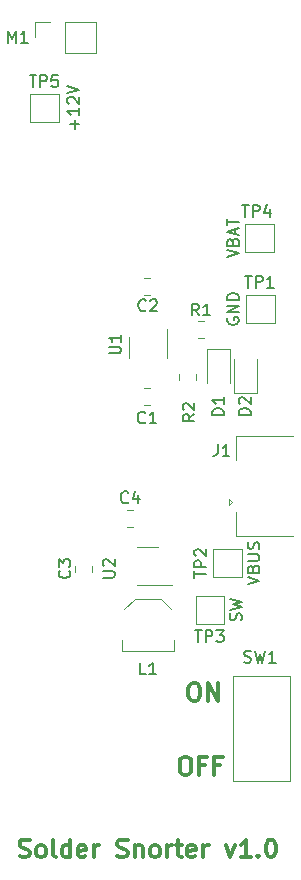
<source format=gbr>
%TF.GenerationSoftware,KiCad,Pcbnew,5.1.6*%
%TF.CreationDate,2020-05-18T18:09:20+02:00*%
%TF.ProjectId,solder-snorter,736f6c64-6572-42d7-936e-6f727465722e,rev?*%
%TF.SameCoordinates,Original*%
%TF.FileFunction,Legend,Top*%
%TF.FilePolarity,Positive*%
%FSLAX46Y46*%
G04 Gerber Fmt 4.6, Leading zero omitted, Abs format (unit mm)*
G04 Created by KiCad (PCBNEW 5.1.6) date 2020-05-18 18:09:20*
%MOMM*%
%LPD*%
G01*
G04 APERTURE LIST*
%ADD10C,0.300000*%
%ADD11C,0.150000*%
%ADD12C,0.120000*%
G04 APERTURE END LIST*
D10*
X143392857Y-146857142D02*
X143607142Y-146928571D01*
X143964285Y-146928571D01*
X144107142Y-146857142D01*
X144178571Y-146785714D01*
X144250000Y-146642857D01*
X144250000Y-146500000D01*
X144178571Y-146357142D01*
X144107142Y-146285714D01*
X143964285Y-146214285D01*
X143678571Y-146142857D01*
X143535714Y-146071428D01*
X143464285Y-146000000D01*
X143392857Y-145857142D01*
X143392857Y-145714285D01*
X143464285Y-145571428D01*
X143535714Y-145500000D01*
X143678571Y-145428571D01*
X144035714Y-145428571D01*
X144250000Y-145500000D01*
X145107142Y-146928571D02*
X144964285Y-146857142D01*
X144892857Y-146785714D01*
X144821428Y-146642857D01*
X144821428Y-146214285D01*
X144892857Y-146071428D01*
X144964285Y-146000000D01*
X145107142Y-145928571D01*
X145321428Y-145928571D01*
X145464285Y-146000000D01*
X145535714Y-146071428D01*
X145607142Y-146214285D01*
X145607142Y-146642857D01*
X145535714Y-146785714D01*
X145464285Y-146857142D01*
X145321428Y-146928571D01*
X145107142Y-146928571D01*
X146464285Y-146928571D02*
X146321428Y-146857142D01*
X146250000Y-146714285D01*
X146250000Y-145428571D01*
X147678571Y-146928571D02*
X147678571Y-145428571D01*
X147678571Y-146857142D02*
X147535714Y-146928571D01*
X147250000Y-146928571D01*
X147107142Y-146857142D01*
X147035714Y-146785714D01*
X146964285Y-146642857D01*
X146964285Y-146214285D01*
X147035714Y-146071428D01*
X147107142Y-146000000D01*
X147250000Y-145928571D01*
X147535714Y-145928571D01*
X147678571Y-146000000D01*
X148964285Y-146857142D02*
X148821428Y-146928571D01*
X148535714Y-146928571D01*
X148392857Y-146857142D01*
X148321428Y-146714285D01*
X148321428Y-146142857D01*
X148392857Y-146000000D01*
X148535714Y-145928571D01*
X148821428Y-145928571D01*
X148964285Y-146000000D01*
X149035714Y-146142857D01*
X149035714Y-146285714D01*
X148321428Y-146428571D01*
X149678571Y-146928571D02*
X149678571Y-145928571D01*
X149678571Y-146214285D02*
X149750000Y-146071428D01*
X149821428Y-146000000D01*
X149964285Y-145928571D01*
X150107142Y-145928571D01*
X151678571Y-146857142D02*
X151892857Y-146928571D01*
X152250000Y-146928571D01*
X152392857Y-146857142D01*
X152464285Y-146785714D01*
X152535714Y-146642857D01*
X152535714Y-146500000D01*
X152464285Y-146357142D01*
X152392857Y-146285714D01*
X152250000Y-146214285D01*
X151964285Y-146142857D01*
X151821428Y-146071428D01*
X151750000Y-146000000D01*
X151678571Y-145857142D01*
X151678571Y-145714285D01*
X151750000Y-145571428D01*
X151821428Y-145500000D01*
X151964285Y-145428571D01*
X152321428Y-145428571D01*
X152535714Y-145500000D01*
X153178571Y-145928571D02*
X153178571Y-146928571D01*
X153178571Y-146071428D02*
X153250000Y-146000000D01*
X153392857Y-145928571D01*
X153607142Y-145928571D01*
X153750000Y-146000000D01*
X153821428Y-146142857D01*
X153821428Y-146928571D01*
X154750000Y-146928571D02*
X154607142Y-146857142D01*
X154535714Y-146785714D01*
X154464285Y-146642857D01*
X154464285Y-146214285D01*
X154535714Y-146071428D01*
X154607142Y-146000000D01*
X154750000Y-145928571D01*
X154964285Y-145928571D01*
X155107142Y-146000000D01*
X155178571Y-146071428D01*
X155250000Y-146214285D01*
X155250000Y-146642857D01*
X155178571Y-146785714D01*
X155107142Y-146857142D01*
X154964285Y-146928571D01*
X154750000Y-146928571D01*
X155892857Y-146928571D02*
X155892857Y-145928571D01*
X155892857Y-146214285D02*
X155964285Y-146071428D01*
X156035714Y-146000000D01*
X156178571Y-145928571D01*
X156321428Y-145928571D01*
X156607142Y-145928571D02*
X157178571Y-145928571D01*
X156821428Y-145428571D02*
X156821428Y-146714285D01*
X156892857Y-146857142D01*
X157035714Y-146928571D01*
X157178571Y-146928571D01*
X158250000Y-146857142D02*
X158107142Y-146928571D01*
X157821428Y-146928571D01*
X157678571Y-146857142D01*
X157607142Y-146714285D01*
X157607142Y-146142857D01*
X157678571Y-146000000D01*
X157821428Y-145928571D01*
X158107142Y-145928571D01*
X158250000Y-146000000D01*
X158321428Y-146142857D01*
X158321428Y-146285714D01*
X157607142Y-146428571D01*
X158964285Y-146928571D02*
X158964285Y-145928571D01*
X158964285Y-146214285D02*
X159035714Y-146071428D01*
X159107142Y-146000000D01*
X159250000Y-145928571D01*
X159392857Y-145928571D01*
X160892857Y-145928571D02*
X161250000Y-146928571D01*
X161607142Y-145928571D01*
X162964285Y-146928571D02*
X162107142Y-146928571D01*
X162535714Y-146928571D02*
X162535714Y-145428571D01*
X162392857Y-145642857D01*
X162250000Y-145785714D01*
X162107142Y-145857142D01*
X163607142Y-146785714D02*
X163678571Y-146857142D01*
X163607142Y-146928571D01*
X163535714Y-146857142D01*
X163607142Y-146785714D01*
X163607142Y-146928571D01*
X164607142Y-145428571D02*
X164750000Y-145428571D01*
X164892857Y-145500000D01*
X164964285Y-145571428D01*
X165035714Y-145714285D01*
X165107142Y-146000000D01*
X165107142Y-146357142D01*
X165035714Y-146642857D01*
X164964285Y-146785714D01*
X164892857Y-146857142D01*
X164750000Y-146928571D01*
X164607142Y-146928571D01*
X164464285Y-146857142D01*
X164392857Y-146785714D01*
X164321428Y-146642857D01*
X164250000Y-146357142D01*
X164250000Y-146000000D01*
X164321428Y-145714285D01*
X164392857Y-145571428D01*
X164464285Y-145500000D01*
X164607142Y-145428571D01*
X157305000Y-138428571D02*
X157590714Y-138428571D01*
X157733571Y-138500000D01*
X157876428Y-138642857D01*
X157947857Y-138928571D01*
X157947857Y-139428571D01*
X157876428Y-139714285D01*
X157733571Y-139857142D01*
X157590714Y-139928571D01*
X157305000Y-139928571D01*
X157162142Y-139857142D01*
X157019285Y-139714285D01*
X156947857Y-139428571D01*
X156947857Y-138928571D01*
X157019285Y-138642857D01*
X157162142Y-138500000D01*
X157305000Y-138428571D01*
X159090714Y-139142857D02*
X158590714Y-139142857D01*
X158590714Y-139928571D02*
X158590714Y-138428571D01*
X159305000Y-138428571D01*
X160376428Y-139142857D02*
X159876428Y-139142857D01*
X159876428Y-139928571D02*
X159876428Y-138428571D01*
X160590714Y-138428571D01*
X158055000Y-132178571D02*
X158340714Y-132178571D01*
X158483571Y-132250000D01*
X158626428Y-132392857D01*
X158697857Y-132678571D01*
X158697857Y-133178571D01*
X158626428Y-133464285D01*
X158483571Y-133607142D01*
X158340714Y-133678571D01*
X158055000Y-133678571D01*
X157912142Y-133607142D01*
X157769285Y-133464285D01*
X157697857Y-133178571D01*
X157697857Y-132678571D01*
X157769285Y-132392857D01*
X157912142Y-132250000D01*
X158055000Y-132178571D01*
X159340714Y-133678571D02*
X159340714Y-132178571D01*
X160197857Y-133678571D01*
X160197857Y-132178571D01*
D11*
X162154761Y-126857142D02*
X162202380Y-126714285D01*
X162202380Y-126476190D01*
X162154761Y-126380952D01*
X162107142Y-126333333D01*
X162011904Y-126285714D01*
X161916666Y-126285714D01*
X161821428Y-126333333D01*
X161773809Y-126380952D01*
X161726190Y-126476190D01*
X161678571Y-126666666D01*
X161630952Y-126761904D01*
X161583333Y-126809523D01*
X161488095Y-126857142D01*
X161392857Y-126857142D01*
X161297619Y-126809523D01*
X161250000Y-126761904D01*
X161202380Y-126666666D01*
X161202380Y-126428571D01*
X161250000Y-126285714D01*
X161202380Y-125952380D02*
X162202380Y-125714285D01*
X161488095Y-125523809D01*
X162202380Y-125333333D01*
X161202380Y-125095238D01*
X162702380Y-123833333D02*
X163702380Y-123500000D01*
X162702380Y-123166666D01*
X163178571Y-122500000D02*
X163226190Y-122357142D01*
X163273809Y-122309523D01*
X163369047Y-122261904D01*
X163511904Y-122261904D01*
X163607142Y-122309523D01*
X163654761Y-122357142D01*
X163702380Y-122452380D01*
X163702380Y-122833333D01*
X162702380Y-122833333D01*
X162702380Y-122500000D01*
X162750000Y-122404761D01*
X162797619Y-122357142D01*
X162892857Y-122309523D01*
X162988095Y-122309523D01*
X163083333Y-122357142D01*
X163130952Y-122404761D01*
X163178571Y-122500000D01*
X163178571Y-122833333D01*
X162702380Y-121833333D02*
X163511904Y-121833333D01*
X163607142Y-121785714D01*
X163654761Y-121738095D01*
X163702380Y-121642857D01*
X163702380Y-121452380D01*
X163654761Y-121357142D01*
X163607142Y-121309523D01*
X163511904Y-121261904D01*
X162702380Y-121261904D01*
X163654761Y-120833333D02*
X163702380Y-120690476D01*
X163702380Y-120452380D01*
X163654761Y-120357142D01*
X163607142Y-120309523D01*
X163511904Y-120261904D01*
X163416666Y-120261904D01*
X163321428Y-120309523D01*
X163273809Y-120357142D01*
X163226190Y-120452380D01*
X163178571Y-120642857D01*
X163130952Y-120738095D01*
X163083333Y-120785714D01*
X162988095Y-120833333D01*
X162892857Y-120833333D01*
X162797619Y-120785714D01*
X162750000Y-120738095D01*
X162702380Y-120642857D01*
X162702380Y-120404761D01*
X162750000Y-120261904D01*
X161000000Y-101261904D02*
X160952380Y-101357142D01*
X160952380Y-101500000D01*
X161000000Y-101642857D01*
X161095238Y-101738095D01*
X161190476Y-101785714D01*
X161380952Y-101833333D01*
X161523809Y-101833333D01*
X161714285Y-101785714D01*
X161809523Y-101738095D01*
X161904761Y-101642857D01*
X161952380Y-101500000D01*
X161952380Y-101404761D01*
X161904761Y-101261904D01*
X161857142Y-101214285D01*
X161523809Y-101214285D01*
X161523809Y-101404761D01*
X161952380Y-100785714D02*
X160952380Y-100785714D01*
X161952380Y-100214285D01*
X160952380Y-100214285D01*
X161952380Y-99738095D02*
X160952380Y-99738095D01*
X160952380Y-99500000D01*
X161000000Y-99357142D01*
X161095238Y-99261904D01*
X161190476Y-99214285D01*
X161380952Y-99166666D01*
X161523809Y-99166666D01*
X161714285Y-99214285D01*
X161809523Y-99261904D01*
X161904761Y-99357142D01*
X161952380Y-99500000D01*
X161952380Y-99738095D01*
X160952380Y-96142857D02*
X161952380Y-95809523D01*
X160952380Y-95476190D01*
X161428571Y-94809523D02*
X161476190Y-94666666D01*
X161523809Y-94619047D01*
X161619047Y-94571428D01*
X161761904Y-94571428D01*
X161857142Y-94619047D01*
X161904761Y-94666666D01*
X161952380Y-94761904D01*
X161952380Y-95142857D01*
X160952380Y-95142857D01*
X160952380Y-94809523D01*
X161000000Y-94714285D01*
X161047619Y-94666666D01*
X161142857Y-94619047D01*
X161238095Y-94619047D01*
X161333333Y-94666666D01*
X161380952Y-94714285D01*
X161428571Y-94809523D01*
X161428571Y-95142857D01*
X161666666Y-94190476D02*
X161666666Y-93714285D01*
X161952380Y-94285714D02*
X160952380Y-93952380D01*
X161952380Y-93619047D01*
X160952380Y-93428571D02*
X160952380Y-92857142D01*
X161952380Y-93142857D02*
X160952380Y-93142857D01*
X148071428Y-85261904D02*
X148071428Y-84500000D01*
X148452380Y-84880952D02*
X147690476Y-84880952D01*
X148452380Y-83500000D02*
X148452380Y-84071428D01*
X148452380Y-83785714D02*
X147452380Y-83785714D01*
X147595238Y-83880952D01*
X147690476Y-83976190D01*
X147738095Y-84071428D01*
X147547619Y-83119047D02*
X147500000Y-83071428D01*
X147452380Y-82976190D01*
X147452380Y-82738095D01*
X147500000Y-82642857D01*
X147547619Y-82595238D01*
X147642857Y-82547619D01*
X147738095Y-82547619D01*
X147880952Y-82595238D01*
X148452380Y-83166666D01*
X148452380Y-82547619D01*
X147452380Y-82261904D02*
X148452380Y-81928571D01*
X147452380Y-81595238D01*
D12*
%TO.C,J1*%
X166550000Y-119700000D02*
X161700000Y-119700000D01*
X161700000Y-119700000D02*
X161700000Y-117700000D01*
X166550000Y-111300000D02*
X161700000Y-111300000D01*
X161700000Y-111300000D02*
X161700000Y-113300000D01*
X161404000Y-116830000D02*
X161150000Y-116576000D01*
X161150000Y-116576000D02*
X161150000Y-117084000D01*
X161150000Y-117084000D02*
X161404000Y-116830000D01*
%TO.C,C1*%
X153938748Y-108610000D02*
X154461252Y-108610000D01*
X153938748Y-107190000D02*
X154461252Y-107190000D01*
%TO.C,C2*%
X153938748Y-97890000D02*
X154461252Y-97890000D01*
X153938748Y-99310000D02*
X154461252Y-99310000D01*
%TO.C,C3*%
X149510000Y-122761252D02*
X149510000Y-122238748D01*
X148090000Y-122761252D02*
X148090000Y-122238748D01*
%TO.C,C4*%
X152488748Y-117540000D02*
X153011252Y-117540000D01*
X152488748Y-118960000D02*
X153011252Y-118960000D01*
%TO.C,D1*%
X159290000Y-103890000D02*
X159290000Y-106750000D01*
X161210000Y-103890000D02*
X159290000Y-103890000D01*
X161210000Y-106750000D02*
X161210000Y-103890000D01*
%TO.C,D2*%
X161540000Y-104750000D02*
X161540000Y-107610000D01*
X161540000Y-107610000D02*
X163460000Y-107610000D01*
X163460000Y-107610000D02*
X163460000Y-104750000D01*
%TO.C,L1*%
X153150000Y-125050000D02*
X152250000Y-125950000D01*
X155350000Y-125050000D02*
X153150000Y-125050000D01*
X156250000Y-125950000D02*
X155350000Y-125050000D01*
X156450000Y-129450000D02*
X156450000Y-128550000D01*
X152050000Y-129450000D02*
X156450000Y-129450000D01*
X152050000Y-128550000D02*
X152050000Y-129450000D01*
%TO.C,M1*%
X144670000Y-77500000D02*
X144670000Y-76170000D01*
X144670000Y-76170000D02*
X146000000Y-76170000D01*
X147270000Y-76170000D02*
X149870000Y-76170000D01*
X149870000Y-78830000D02*
X149870000Y-76170000D01*
X147270000Y-78830000D02*
X149870000Y-78830000D01*
X147270000Y-78830000D02*
X147270000Y-76170000D01*
%TO.C,R1*%
X158488748Y-101540000D02*
X159011252Y-101540000D01*
X158488748Y-102960000D02*
X159011252Y-102960000D01*
%TO.C,R2*%
X156890000Y-105988748D02*
X156890000Y-106511252D01*
X158310000Y-105988748D02*
X158310000Y-106511252D01*
%TO.C,SW1*%
X161500000Y-140445000D02*
X161500000Y-131555000D01*
X161500000Y-131555000D02*
X166300000Y-131555000D01*
X166300000Y-131555000D02*
X166300000Y-140445000D01*
X166300000Y-140445000D02*
X161500000Y-140445000D01*
%TO.C,U1*%
X155860000Y-104650000D02*
X155860000Y-102200000D01*
X152640000Y-102850000D02*
X152640000Y-104650000D01*
%TO.C,U2*%
X153350000Y-123860000D02*
X156300000Y-123860000D01*
X155150000Y-120640000D02*
X153350000Y-120640000D01*
%TO.C,TP1*%
X162600000Y-101700000D02*
X162600000Y-99300000D01*
X165000000Y-101700000D02*
X162600000Y-101700000D01*
X165000000Y-99300000D02*
X165000000Y-101700000D01*
X162600000Y-99300000D02*
X165000000Y-99300000D01*
%TO.C,TP2*%
X159800000Y-123200000D02*
X159800000Y-120800000D01*
X162200000Y-123200000D02*
X159800000Y-123200000D01*
X162200000Y-120800000D02*
X162200000Y-123200000D01*
X159800000Y-120800000D02*
X162200000Y-120800000D01*
%TO.C,TP3*%
X158300000Y-124800000D02*
X160700000Y-124800000D01*
X160700000Y-124800000D02*
X160700000Y-127200000D01*
X160700000Y-127200000D02*
X158300000Y-127200000D01*
X158300000Y-127200000D02*
X158300000Y-124800000D01*
%TO.C,TP4*%
X162500000Y-93300000D02*
X164900000Y-93300000D01*
X164900000Y-93300000D02*
X164900000Y-95700000D01*
X164900000Y-95700000D02*
X162500000Y-95700000D01*
X162500000Y-95700000D02*
X162500000Y-93300000D01*
%TO.C,TP5*%
X144300000Y-84700000D02*
X144300000Y-82300000D01*
X146700000Y-84700000D02*
X144300000Y-84700000D01*
X146700000Y-82300000D02*
X146700000Y-84700000D01*
X144300000Y-82300000D02*
X146700000Y-82300000D01*
%TO.C,J1*%
D11*
X160166666Y-111952380D02*
X160166666Y-112666666D01*
X160119047Y-112809523D01*
X160023809Y-112904761D01*
X159880952Y-112952380D01*
X159785714Y-112952380D01*
X161166666Y-112952380D02*
X160595238Y-112952380D01*
X160880952Y-112952380D02*
X160880952Y-111952380D01*
X160785714Y-112095238D01*
X160690476Y-112190476D01*
X160595238Y-112238095D01*
%TO.C,C1*%
X154033333Y-110107142D02*
X153985714Y-110154761D01*
X153842857Y-110202380D01*
X153747619Y-110202380D01*
X153604761Y-110154761D01*
X153509523Y-110059523D01*
X153461904Y-109964285D01*
X153414285Y-109773809D01*
X153414285Y-109630952D01*
X153461904Y-109440476D01*
X153509523Y-109345238D01*
X153604761Y-109250000D01*
X153747619Y-109202380D01*
X153842857Y-109202380D01*
X153985714Y-109250000D01*
X154033333Y-109297619D01*
X154985714Y-110202380D02*
X154414285Y-110202380D01*
X154700000Y-110202380D02*
X154700000Y-109202380D01*
X154604761Y-109345238D01*
X154509523Y-109440476D01*
X154414285Y-109488095D01*
%TO.C,C2*%
X154083333Y-100607142D02*
X154035714Y-100654761D01*
X153892857Y-100702380D01*
X153797619Y-100702380D01*
X153654761Y-100654761D01*
X153559523Y-100559523D01*
X153511904Y-100464285D01*
X153464285Y-100273809D01*
X153464285Y-100130952D01*
X153511904Y-99940476D01*
X153559523Y-99845238D01*
X153654761Y-99750000D01*
X153797619Y-99702380D01*
X153892857Y-99702380D01*
X154035714Y-99750000D01*
X154083333Y-99797619D01*
X154464285Y-99797619D02*
X154511904Y-99750000D01*
X154607142Y-99702380D01*
X154845238Y-99702380D01*
X154940476Y-99750000D01*
X154988095Y-99797619D01*
X155035714Y-99892857D01*
X155035714Y-99988095D01*
X154988095Y-100130952D01*
X154416666Y-100702380D01*
X155035714Y-100702380D01*
%TO.C,C3*%
X147607142Y-122666666D02*
X147654761Y-122714285D01*
X147702380Y-122857142D01*
X147702380Y-122952380D01*
X147654761Y-123095238D01*
X147559523Y-123190476D01*
X147464285Y-123238095D01*
X147273809Y-123285714D01*
X147130952Y-123285714D01*
X146940476Y-123238095D01*
X146845238Y-123190476D01*
X146750000Y-123095238D01*
X146702380Y-122952380D01*
X146702380Y-122857142D01*
X146750000Y-122714285D01*
X146797619Y-122666666D01*
X146702380Y-122333333D02*
X146702380Y-121714285D01*
X147083333Y-122047619D01*
X147083333Y-121904761D01*
X147130952Y-121809523D01*
X147178571Y-121761904D01*
X147273809Y-121714285D01*
X147511904Y-121714285D01*
X147607142Y-121761904D01*
X147654761Y-121809523D01*
X147702380Y-121904761D01*
X147702380Y-122190476D01*
X147654761Y-122285714D01*
X147607142Y-122333333D01*
%TO.C,C4*%
X152583333Y-116857142D02*
X152535714Y-116904761D01*
X152392857Y-116952380D01*
X152297619Y-116952380D01*
X152154761Y-116904761D01*
X152059523Y-116809523D01*
X152011904Y-116714285D01*
X151964285Y-116523809D01*
X151964285Y-116380952D01*
X152011904Y-116190476D01*
X152059523Y-116095238D01*
X152154761Y-116000000D01*
X152297619Y-115952380D01*
X152392857Y-115952380D01*
X152535714Y-116000000D01*
X152583333Y-116047619D01*
X153440476Y-116285714D02*
X153440476Y-116952380D01*
X153202380Y-115904761D02*
X152964285Y-116619047D01*
X153583333Y-116619047D01*
%TO.C,D1*%
X160702380Y-109488095D02*
X159702380Y-109488095D01*
X159702380Y-109250000D01*
X159750000Y-109107142D01*
X159845238Y-109011904D01*
X159940476Y-108964285D01*
X160130952Y-108916666D01*
X160273809Y-108916666D01*
X160464285Y-108964285D01*
X160559523Y-109011904D01*
X160654761Y-109107142D01*
X160702380Y-109250000D01*
X160702380Y-109488095D01*
X160702380Y-107964285D02*
X160702380Y-108535714D01*
X160702380Y-108250000D02*
X159702380Y-108250000D01*
X159845238Y-108345238D01*
X159940476Y-108440476D01*
X159988095Y-108535714D01*
%TO.C,D2*%
X162952380Y-109488095D02*
X161952380Y-109488095D01*
X161952380Y-109250000D01*
X162000000Y-109107142D01*
X162095238Y-109011904D01*
X162190476Y-108964285D01*
X162380952Y-108916666D01*
X162523809Y-108916666D01*
X162714285Y-108964285D01*
X162809523Y-109011904D01*
X162904761Y-109107142D01*
X162952380Y-109250000D01*
X162952380Y-109488095D01*
X162047619Y-108535714D02*
X162000000Y-108488095D01*
X161952380Y-108392857D01*
X161952380Y-108154761D01*
X162000000Y-108059523D01*
X162047619Y-108011904D01*
X162142857Y-107964285D01*
X162238095Y-107964285D01*
X162380952Y-108011904D01*
X162952380Y-108583333D01*
X162952380Y-107964285D01*
%TO.C,L1*%
X154083333Y-131452380D02*
X153607142Y-131452380D01*
X153607142Y-130452380D01*
X154940476Y-131452380D02*
X154369047Y-131452380D01*
X154654761Y-131452380D02*
X154654761Y-130452380D01*
X154559523Y-130595238D01*
X154464285Y-130690476D01*
X154369047Y-130738095D01*
%TO.C,M1*%
X142420476Y-77952380D02*
X142420476Y-76952380D01*
X142753809Y-77666666D01*
X143087142Y-76952380D01*
X143087142Y-77952380D01*
X144087142Y-77952380D02*
X143515714Y-77952380D01*
X143801428Y-77952380D02*
X143801428Y-76952380D01*
X143706190Y-77095238D01*
X143610952Y-77190476D01*
X143515714Y-77238095D01*
%TO.C,R1*%
X158583333Y-101052380D02*
X158250000Y-100576190D01*
X158011904Y-101052380D02*
X158011904Y-100052380D01*
X158392857Y-100052380D01*
X158488095Y-100100000D01*
X158535714Y-100147619D01*
X158583333Y-100242857D01*
X158583333Y-100385714D01*
X158535714Y-100480952D01*
X158488095Y-100528571D01*
X158392857Y-100576190D01*
X158011904Y-100576190D01*
X159535714Y-101052380D02*
X158964285Y-101052380D01*
X159250000Y-101052380D02*
X159250000Y-100052380D01*
X159154761Y-100195238D01*
X159059523Y-100290476D01*
X158964285Y-100338095D01*
%TO.C,R2*%
X158202380Y-109416666D02*
X157726190Y-109750000D01*
X158202380Y-109988095D02*
X157202380Y-109988095D01*
X157202380Y-109607142D01*
X157250000Y-109511904D01*
X157297619Y-109464285D01*
X157392857Y-109416666D01*
X157535714Y-109416666D01*
X157630952Y-109464285D01*
X157678571Y-109511904D01*
X157726190Y-109607142D01*
X157726190Y-109988095D01*
X157297619Y-109035714D02*
X157250000Y-108988095D01*
X157202380Y-108892857D01*
X157202380Y-108654761D01*
X157250000Y-108559523D01*
X157297619Y-108511904D01*
X157392857Y-108464285D01*
X157488095Y-108464285D01*
X157630952Y-108511904D01*
X158202380Y-109083333D01*
X158202380Y-108464285D01*
%TO.C,SW1*%
X162416666Y-130404761D02*
X162559523Y-130452380D01*
X162797619Y-130452380D01*
X162892857Y-130404761D01*
X162940476Y-130357142D01*
X162988095Y-130261904D01*
X162988095Y-130166666D01*
X162940476Y-130071428D01*
X162892857Y-130023809D01*
X162797619Y-129976190D01*
X162607142Y-129928571D01*
X162511904Y-129880952D01*
X162464285Y-129833333D01*
X162416666Y-129738095D01*
X162416666Y-129642857D01*
X162464285Y-129547619D01*
X162511904Y-129500000D01*
X162607142Y-129452380D01*
X162845238Y-129452380D01*
X162988095Y-129500000D01*
X163321428Y-129452380D02*
X163559523Y-130452380D01*
X163750000Y-129738095D01*
X163940476Y-130452380D01*
X164178571Y-129452380D01*
X165083333Y-130452380D02*
X164511904Y-130452380D01*
X164797619Y-130452380D02*
X164797619Y-129452380D01*
X164702380Y-129595238D01*
X164607142Y-129690476D01*
X164511904Y-129738095D01*
%TO.C,U1*%
X150952380Y-104261904D02*
X151761904Y-104261904D01*
X151857142Y-104214285D01*
X151904761Y-104166666D01*
X151952380Y-104071428D01*
X151952380Y-103880952D01*
X151904761Y-103785714D01*
X151857142Y-103738095D01*
X151761904Y-103690476D01*
X150952380Y-103690476D01*
X151952380Y-102690476D02*
X151952380Y-103261904D01*
X151952380Y-102976190D02*
X150952380Y-102976190D01*
X151095238Y-103071428D01*
X151190476Y-103166666D01*
X151238095Y-103261904D01*
%TO.C,U2*%
X150452380Y-123261904D02*
X151261904Y-123261904D01*
X151357142Y-123214285D01*
X151404761Y-123166666D01*
X151452380Y-123071428D01*
X151452380Y-122880952D01*
X151404761Y-122785714D01*
X151357142Y-122738095D01*
X151261904Y-122690476D01*
X150452380Y-122690476D01*
X150547619Y-122261904D02*
X150500000Y-122214285D01*
X150452380Y-122119047D01*
X150452380Y-121880952D01*
X150500000Y-121785714D01*
X150547619Y-121738095D01*
X150642857Y-121690476D01*
X150738095Y-121690476D01*
X150880952Y-121738095D01*
X151452380Y-122309523D01*
X151452380Y-121690476D01*
%TO.C,TP1*%
X162488095Y-97702380D02*
X163059523Y-97702380D01*
X162773809Y-98702380D02*
X162773809Y-97702380D01*
X163392857Y-98702380D02*
X163392857Y-97702380D01*
X163773809Y-97702380D01*
X163869047Y-97750000D01*
X163916666Y-97797619D01*
X163964285Y-97892857D01*
X163964285Y-98035714D01*
X163916666Y-98130952D01*
X163869047Y-98178571D01*
X163773809Y-98226190D01*
X163392857Y-98226190D01*
X164916666Y-98702380D02*
X164345238Y-98702380D01*
X164630952Y-98702380D02*
X164630952Y-97702380D01*
X164535714Y-97845238D01*
X164440476Y-97940476D01*
X164345238Y-97988095D01*
%TO.C,TP2*%
X158202380Y-123261904D02*
X158202380Y-122690476D01*
X159202380Y-122976190D02*
X158202380Y-122976190D01*
X159202380Y-122357142D02*
X158202380Y-122357142D01*
X158202380Y-121976190D01*
X158250000Y-121880952D01*
X158297619Y-121833333D01*
X158392857Y-121785714D01*
X158535714Y-121785714D01*
X158630952Y-121833333D01*
X158678571Y-121880952D01*
X158726190Y-121976190D01*
X158726190Y-122357142D01*
X158297619Y-121404761D02*
X158250000Y-121357142D01*
X158202380Y-121261904D01*
X158202380Y-121023809D01*
X158250000Y-120928571D01*
X158297619Y-120880952D01*
X158392857Y-120833333D01*
X158488095Y-120833333D01*
X158630952Y-120880952D01*
X159202380Y-121452380D01*
X159202380Y-120833333D01*
%TO.C,TP3*%
X158238095Y-127702380D02*
X158809523Y-127702380D01*
X158523809Y-128702380D02*
X158523809Y-127702380D01*
X159142857Y-128702380D02*
X159142857Y-127702380D01*
X159523809Y-127702380D01*
X159619047Y-127750000D01*
X159666666Y-127797619D01*
X159714285Y-127892857D01*
X159714285Y-128035714D01*
X159666666Y-128130952D01*
X159619047Y-128178571D01*
X159523809Y-128226190D01*
X159142857Y-128226190D01*
X160047619Y-127702380D02*
X160666666Y-127702380D01*
X160333333Y-128083333D01*
X160476190Y-128083333D01*
X160571428Y-128130952D01*
X160619047Y-128178571D01*
X160666666Y-128273809D01*
X160666666Y-128511904D01*
X160619047Y-128607142D01*
X160571428Y-128654761D01*
X160476190Y-128702380D01*
X160190476Y-128702380D01*
X160095238Y-128654761D01*
X160047619Y-128607142D01*
%TO.C,TP4*%
X162238095Y-91702380D02*
X162809523Y-91702380D01*
X162523809Y-92702380D02*
X162523809Y-91702380D01*
X163142857Y-92702380D02*
X163142857Y-91702380D01*
X163523809Y-91702380D01*
X163619047Y-91750000D01*
X163666666Y-91797619D01*
X163714285Y-91892857D01*
X163714285Y-92035714D01*
X163666666Y-92130952D01*
X163619047Y-92178571D01*
X163523809Y-92226190D01*
X163142857Y-92226190D01*
X164571428Y-92035714D02*
X164571428Y-92702380D01*
X164333333Y-91654761D02*
X164095238Y-92369047D01*
X164714285Y-92369047D01*
%TO.C,TP5*%
X144238095Y-80702380D02*
X144809523Y-80702380D01*
X144523809Y-81702380D02*
X144523809Y-80702380D01*
X145142857Y-81702380D02*
X145142857Y-80702380D01*
X145523809Y-80702380D01*
X145619047Y-80750000D01*
X145666666Y-80797619D01*
X145714285Y-80892857D01*
X145714285Y-81035714D01*
X145666666Y-81130952D01*
X145619047Y-81178571D01*
X145523809Y-81226190D01*
X145142857Y-81226190D01*
X146619047Y-80702380D02*
X146142857Y-80702380D01*
X146095238Y-81178571D01*
X146142857Y-81130952D01*
X146238095Y-81083333D01*
X146476190Y-81083333D01*
X146571428Y-81130952D01*
X146619047Y-81178571D01*
X146666666Y-81273809D01*
X146666666Y-81511904D01*
X146619047Y-81607142D01*
X146571428Y-81654761D01*
X146476190Y-81702380D01*
X146238095Y-81702380D01*
X146142857Y-81654761D01*
X146095238Y-81607142D01*
%TD*%
M02*

</source>
